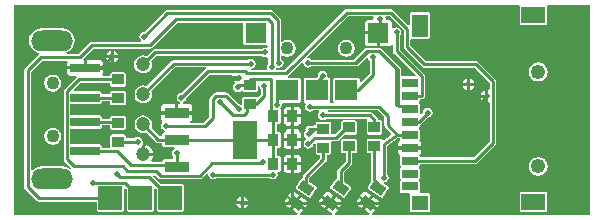
<source format=gtl>
G04 Layer_Physical_Order=1*
G04 Layer_Color=255*
%FSLAX44Y44*%
%MOMM*%
G71*
G01*
G75*
%ADD10R,0.9500X1.0000*%
%ADD11R,1.0000X0.9000*%
%ADD12R,2.0000X1.4001*%
%ADD13R,1.4001X1.2799*%
%ADD14R,1.4001X1.9500*%
%ADD15R,1.4001X0.7000*%
%ADD16R,2.5001X0.8001*%
%ADD17R,2.0000X2.0000*%
%ADD18R,1.8000X1.7000*%
%ADD19R,1.9000X1.8000*%
G04:AMPARAMS|DCode=20|XSize=0.8mm|YSize=1.2mm|CornerRadius=0mm|HoleSize=0mm|Usage=FLASHONLY|Rotation=235.000|XOffset=0mm|YOffset=0mm|HoleType=Round|Shape=Rectangle|*
%AMROTATEDRECTD20*
4,1,4,-0.2621,0.6718,0.7209,-0.0165,0.2621,-0.6718,-0.7209,0.0165,-0.2621,0.6718,0.0*
%
%ADD20ROTATEDRECTD20*%

%ADD21R,2.1500X0.9500*%
%ADD22R,2.1500X3.2500*%
%ADD23C,0.2540*%
%ADD24C,1.2499*%
%ADD25C,0.8001*%
%ADD26C,1.1001*%
%ADD27O,3.5560X1.7780*%
%ADD28C,1.2002*%
%ADD29C,1.1000*%
%ADD30C,0.5000*%
G36*
X697230Y394970D02*
X512713D01*
X512475Y396240D01*
X512721Y396336D01*
X513451Y397035D01*
X515017Y399271D01*
X509021Y403469D01*
X505970Y399112D01*
X509844Y396399D01*
X510205Y396240D01*
X509938Y394970D01*
X480963D01*
X480724Y396240D01*
X480971Y396336D01*
X481701Y397035D01*
X483267Y399271D01*
X477271Y403469D01*
X474220Y399112D01*
X478094Y396399D01*
X478455Y396240D01*
X478188Y394970D01*
X451753D01*
X451515Y396240D01*
X451761Y396336D01*
X452491Y397035D01*
X454057Y399271D01*
X448061Y403469D01*
X445010Y399112D01*
X448884Y396399D01*
X449245Y396240D01*
X448978Y394970D01*
X209550D01*
Y572770D01*
X636868D01*
X637577Y571500D01*
X637320Y570880D01*
Y556880D01*
X637804Y555713D01*
X638970Y555230D01*
X658970D01*
X660136Y555713D01*
X660620Y556880D01*
Y570880D01*
X660363Y571500D01*
X661072Y572770D01*
X697230D01*
Y394970D01*
D02*
G37*
%LPC*%
G36*
X452220Y457200D02*
X446150D01*
Y450880D01*
X449630D01*
X450621Y451077D01*
X451461Y451639D01*
X452023Y452479D01*
X452220Y453470D01*
Y457200D01*
D02*
G37*
G36*
X449766Y467654D02*
X439994D01*
X440064Y467302D01*
X440066Y467259D01*
X439562Y466219D01*
X439313Y465897D01*
X439139Y465863D01*
X438299Y465301D01*
X437737Y464461D01*
X437540Y463470D01*
Y459740D01*
X444880D01*
X452220D01*
Y463470D01*
X452023Y464461D01*
X451461Y465301D01*
X450621Y465863D01*
X450447Y465897D01*
X450198Y466219D01*
X449694Y467259D01*
X449696Y467302D01*
X449766Y467654D01*
D02*
G37*
G36*
X653292Y443872D02*
X652971Y443808D01*
X652649Y443872D01*
X650210Y443387D01*
X649937Y443204D01*
X649615Y443140D01*
X647548Y441759D01*
X647366Y441486D01*
X647093Y441304D01*
X645712Y439237D01*
X645648Y438915D01*
X645466Y438642D01*
X644980Y436204D01*
X645014Y436038D01*
X644949Y435882D01*
X645014Y435726D01*
X644980Y435560D01*
X645466Y433121D01*
X645648Y432849D01*
X645712Y432527D01*
X647093Y430460D01*
X647366Y430277D01*
X647548Y430004D01*
X649615Y428623D01*
X649937Y428559D01*
X650210Y428377D01*
X652649Y427892D01*
X652971Y427956D01*
X653292Y427892D01*
X655731Y428377D01*
X656004Y428559D01*
X656326Y428623D01*
X658393Y430004D01*
X658575Y430277D01*
X658848Y430460D01*
X660229Y432527D01*
X660293Y432849D01*
X660475Y433121D01*
X660960Y435560D01*
X660928Y435726D01*
X660992Y435882D01*
X660928Y436038D01*
X660960Y436204D01*
X660475Y438642D01*
X660293Y438915D01*
X660229Y439237D01*
X658848Y441304D01*
X658575Y441486D01*
X658393Y441759D01*
X656326Y443140D01*
X656004Y443204D01*
X655731Y443387D01*
X653292Y443872D01*
D02*
G37*
G36*
X443610Y457200D02*
X437540D01*
Y453470D01*
X437737Y452479D01*
X438299Y451639D01*
X439139Y451077D01*
X440130Y450880D01*
X443610D01*
Y457200D01*
D02*
G37*
G36*
X497760Y475160D02*
X487760D01*
X486594Y474676D01*
X486110Y473510D01*
Y468295D01*
X480912Y463097D01*
X477915D01*
X477820Y463240D01*
Y472240D01*
X477336Y473406D01*
X476170Y473890D01*
X466170D01*
X465004Y473406D01*
X464520Y472240D01*
Y471299D01*
X463471Y470589D01*
X462381Y470372D01*
X461866Y470028D01*
X458650D01*
X457560Y469812D01*
X456636Y469194D01*
X456018Y468270D01*
X455802Y467180D01*
X456018Y466090D01*
X456054Y466036D01*
X455783Y465855D01*
X454894Y464524D01*
X454581Y462954D01*
X454894Y461384D01*
X455783Y460052D01*
X456189Y459781D01*
Y458254D01*
X455569Y457840D01*
X454679Y456508D01*
X454367Y454938D01*
X454679Y453368D01*
X455569Y452037D01*
X456900Y451148D01*
X458470Y450835D01*
X460040Y451148D01*
X461371Y452037D01*
X462261Y453368D01*
X462535Y454747D01*
X463297Y455276D01*
X464520Y454703D01*
Y447240D01*
X465004Y446074D01*
X466170Y445590D01*
X468321D01*
Y443087D01*
X454477Y429242D01*
X453859Y428318D01*
X453650Y427267D01*
X453642Y427228D01*
X453621Y426800D01*
X453584Y426064D01*
X452519Y425386D01*
Y425386D01*
X447930Y418833D01*
X447657Y417600D01*
X448335Y416535D01*
X458165Y409652D01*
X459398Y409379D01*
X460463Y410058D01*
Y410058D01*
X465051Y416611D01*
X465325Y417843D01*
X464646Y418908D01*
X459340Y422624D01*
Y426048D01*
X473184Y439893D01*
X473184Y439893D01*
X473802Y440817D01*
X474019Y441907D01*
Y445590D01*
X476170D01*
X477336Y446074D01*
X477820Y447240D01*
Y456240D01*
X477777Y456343D01*
X478482Y457399D01*
X482092D01*
X482092Y457399D01*
X483182Y457616D01*
X484106Y458234D01*
X488733Y462860D01*
X497760D01*
X498926Y463344D01*
X499410Y464510D01*
Y473510D01*
X498926Y474676D01*
X497760Y475160D01*
D02*
G37*
G36*
X443610Y486380D02*
X440130D01*
X439139Y486183D01*
X438299Y485621D01*
X437737Y484781D01*
X437540Y483790D01*
Y480060D01*
X443610D01*
Y486380D01*
D02*
G37*
G36*
X449630D02*
X446150D01*
Y480060D01*
X452220D01*
Y483790D01*
X452023Y484781D01*
X451461Y485621D01*
X450621Y486183D01*
X449630Y486380D01*
D02*
G37*
G36*
X401143Y410124D02*
X400447Y409986D01*
X398780Y408872D01*
X397666Y407205D01*
X397527Y406508D01*
X401143D01*
Y410124D01*
D02*
G37*
G36*
X452220Y477520D02*
X444880D01*
X437540D01*
Y473790D01*
X437737Y472799D01*
X438299Y471959D01*
X439139Y471397D01*
X439821Y470194D01*
X449939D01*
X450621Y471397D01*
X451461Y471959D01*
X452023Y472799D01*
X452220Y473790D01*
Y477520D01*
D02*
G37*
G36*
X473889Y414507D02*
X472947Y414140D01*
X472217Y413442D01*
X470651Y411205D01*
X476647Y407007D01*
X479699Y411365D01*
X475824Y414078D01*
X474899Y414485D01*
X473889Y414507D01*
D02*
G37*
G36*
X505639D02*
X504697Y414140D01*
X503967Y413442D01*
X502401Y411205D01*
X508397Y407007D01*
X511449Y411365D01*
X507574Y414078D01*
X506649Y414485D01*
X505639Y414507D01*
D02*
G37*
G36*
X403683Y410124D02*
Y406508D01*
X407299D01*
X407161Y407205D01*
X406047Y408872D01*
X404380Y409986D01*
X403683Y410124D01*
D02*
G37*
G36*
X444679Y414507D02*
X443737Y414140D01*
X443007Y413442D01*
X441441Y411205D01*
X447437Y407007D01*
X450489Y411365D01*
X446614Y414078D01*
X445689Y414485D01*
X444679Y414507D01*
D02*
G37*
G36*
X497760Y459160D02*
X487760D01*
X486594Y458676D01*
X486110Y457510D01*
Y448510D01*
X486594Y447344D01*
X487760Y446860D01*
X489911D01*
Y440039D01*
X483686Y433814D01*
X483069Y432890D01*
X482852Y431800D01*
X482852Y431800D01*
Y427266D01*
X482794Y426064D01*
X481729Y425386D01*
Y425386D01*
X477140Y418833D01*
X476867Y417600D01*
X477546Y416535D01*
X487375Y409652D01*
X488608Y409379D01*
X489673Y410058D01*
Y410058D01*
X494261Y416611D01*
X494534Y417843D01*
X493856Y418908D01*
X488550Y422624D01*
Y430620D01*
X494774Y436845D01*
X494774Y436845D01*
X495392Y437769D01*
X495609Y438859D01*
Y446860D01*
X497760D01*
X498926Y447344D01*
X499410Y448510D01*
Y457510D01*
X498926Y458676D01*
X497760Y459160D01*
D02*
G37*
G36*
X443610Y445740D02*
X440130D01*
X439139Y445543D01*
X438299Y444981D01*
X437737Y444141D01*
X437540Y443150D01*
Y439420D01*
X443610D01*
Y445740D01*
D02*
G37*
G36*
X449630D02*
X446150D01*
Y439420D01*
X452220D01*
Y443150D01*
X452023Y444141D01*
X451461Y444981D01*
X450621Y445543D01*
X449630Y445740D01*
D02*
G37*
G36*
X443610Y436880D02*
X437540D01*
Y433150D01*
X437737Y432159D01*
X438299Y431319D01*
X439139Y430757D01*
X440130Y430560D01*
X443610D01*
Y436880D01*
D02*
G37*
G36*
X452220D02*
X446150D01*
Y430560D01*
X449630D01*
X450621Y430757D01*
X451461Y431319D01*
X452023Y432159D01*
X452220Y433150D01*
Y436880D01*
D02*
G37*
G36*
X513529Y409908D02*
X510478Y405550D01*
X516474Y401352D01*
X518040Y403588D01*
X518447Y404513D01*
X518469Y405523D01*
X518102Y406465D01*
X517404Y407195D01*
X513529Y409908D01*
D02*
G37*
G36*
X469194Y409125D02*
X467629Y406889D01*
X467222Y405964D01*
X467200Y404953D01*
X467566Y404012D01*
X468265Y403282D01*
X472139Y400569D01*
X475190Y404926D01*
X469194Y409125D01*
D02*
G37*
G36*
X439984D02*
X438419Y406889D01*
X438012Y405964D01*
X437990Y404953D01*
X438356Y404012D01*
X439054Y403282D01*
X442929Y400569D01*
X445980Y404926D01*
X439984Y409125D01*
D02*
G37*
G36*
X653292Y523872D02*
X652971Y523808D01*
X652649Y523872D01*
X650210Y523387D01*
X649937Y523204D01*
X649615Y523140D01*
X647548Y521759D01*
X647366Y521486D01*
X647093Y521304D01*
X645712Y519237D01*
X645648Y518915D01*
X645466Y518642D01*
X644980Y516203D01*
X645014Y516038D01*
X644949Y515882D01*
X645014Y515726D01*
X644980Y515560D01*
X645466Y513121D01*
X645648Y512849D01*
X645712Y512527D01*
X647093Y510459D01*
X647366Y510277D01*
X647548Y510004D01*
X649615Y508623D01*
X649937Y508559D01*
X650210Y508377D01*
X652649Y507892D01*
X652971Y507956D01*
X653292Y507892D01*
X655731Y508377D01*
X656004Y508559D01*
X656326Y508623D01*
X658393Y510004D01*
X658575Y510277D01*
X658848Y510459D01*
X660229Y512527D01*
X660293Y512849D01*
X660475Y513121D01*
X660960Y515560D01*
X660928Y515726D01*
X660992Y515882D01*
X660928Y516038D01*
X660960Y516203D01*
X660475Y518642D01*
X660293Y518915D01*
X660229Y519237D01*
X658848Y521304D01*
X658575Y521486D01*
X658393Y521759D01*
X656326Y523140D01*
X656004Y523204D01*
X655731Y523387D01*
X653292Y523872D01*
D02*
G37*
G36*
X500944Y409125D02*
X499379Y406889D01*
X498972Y405964D01*
X498950Y404953D01*
X499316Y404012D01*
X500014Y403282D01*
X503889Y400569D01*
X506940Y404926D01*
X500944Y409125D01*
D02*
G37*
G36*
X658970Y414532D02*
X638970D01*
X637804Y414049D01*
X637320Y412882D01*
Y398882D01*
X637804Y397715D01*
X638970Y397232D01*
X658970D01*
X660136Y397715D01*
X660620Y398882D01*
Y412882D01*
X660136Y414049D01*
X658970Y414532D01*
D02*
G37*
G36*
X528320Y569015D02*
X528320Y569015D01*
X490982D01*
X490982Y569015D01*
X489892Y568798D01*
X488968Y568180D01*
X488968Y568180D01*
X438240Y517453D01*
X431818D01*
X431106Y518694D01*
X431754Y519703D01*
X432453Y519564D01*
X433324Y519391D01*
X434894Y519703D01*
X436225Y520593D01*
X437114Y521924D01*
X437427Y523494D01*
X437114Y525064D01*
X436225Y526395D01*
X435157Y527109D01*
Y529451D01*
X436427Y530130D01*
X437627Y529328D01*
X437949Y529264D01*
X438222Y529081D01*
X440368Y528654D01*
X440534Y528687D01*
X440690Y528623D01*
X440846Y528687D01*
X441012Y528654D01*
X443158Y529081D01*
X443431Y529264D01*
X443753Y529328D01*
X445572Y530543D01*
X445754Y530816D01*
X446027Y530998D01*
X447242Y532818D01*
X447306Y533139D01*
X447489Y533412D01*
X447916Y535558D01*
X447852Y535880D01*
X447916Y536202D01*
X447489Y538348D01*
X447306Y538621D01*
X447242Y538942D01*
X446027Y540762D01*
X445754Y540944D01*
X445572Y541217D01*
X443753Y542433D01*
X443431Y542496D01*
X443158Y542679D01*
X441012Y543106D01*
X440846Y543073D01*
X440690Y543137D01*
X440534Y543073D01*
X440368Y543106D01*
X438222Y542679D01*
X437949Y542496D01*
X437627Y542433D01*
X436427Y541630D01*
X435157Y542309D01*
Y559816D01*
X435157Y559816D01*
X434940Y560906D01*
X434322Y561830D01*
X428734Y567418D01*
X427810Y568036D01*
X426720Y568253D01*
X426720Y568253D01*
X339090D01*
X338000Y568036D01*
X337076Y567418D01*
X337076Y567418D01*
X319594Y549936D01*
X319532Y549949D01*
X317962Y549636D01*
X316631Y548747D01*
X315742Y547416D01*
X315429Y545846D01*
X315742Y544276D01*
X316631Y542945D01*
X317149Y542599D01*
X316764Y541329D01*
X275082D01*
X273992Y541112D01*
X273068Y540494D01*
X273068Y540494D01*
X263742Y531169D01*
X253697D01*
X253444Y532439D01*
X255462Y533275D01*
X257638Y534944D01*
X259307Y537119D01*
X260356Y539653D01*
X260714Y542371D01*
X260356Y545090D01*
X259307Y547623D01*
X257638Y549799D01*
X255462Y551468D01*
X252929Y552517D01*
X250210Y552875D01*
X232430D01*
X229712Y552517D01*
X227178Y551468D01*
X225003Y549799D01*
X223334Y547623D01*
X222284Y545090D01*
X221926Y542371D01*
X222284Y539653D01*
X223334Y537119D01*
X225003Y534944D01*
X227178Y533275D01*
X229712Y532225D01*
X230246Y532155D01*
X230430Y531445D01*
X230409Y530853D01*
X229634Y530334D01*
X229634Y530334D01*
X218712Y519412D01*
X218094Y518488D01*
X217877Y517398D01*
X217877Y517398D01*
Y418846D01*
X217877Y418846D01*
X218094Y417756D01*
X218712Y416832D01*
X228618Y406926D01*
X228618Y406926D01*
X229542Y406308D01*
X230632Y406091D01*
X279180D01*
Y398940D01*
X279664Y397774D01*
X280830Y397290D01*
X300830D01*
X301996Y397774D01*
X302480Y398940D01*
Y417002D01*
X303653Y417488D01*
X304580Y416561D01*
Y398940D01*
X305064Y397774D01*
X306230Y397290D01*
X326230D01*
X327396Y397774D01*
X327880Y398940D01*
Y417002D01*
X329053Y417488D01*
X329980Y416561D01*
Y398940D01*
X330464Y397774D01*
X331630Y397290D01*
X351630D01*
X352796Y397774D01*
X353280Y398940D01*
Y418940D01*
X352796Y420106D01*
X351630Y420590D01*
X334009D01*
X327257Y427341D01*
X327706Y428688D01*
X328363Y428782D01*
X331234Y425911D01*
X331234Y425911D01*
X332158Y425294D01*
X333248Y425077D01*
X366522D01*
X366522Y425077D01*
X367612Y425294D01*
X368536Y425911D01*
X372466Y429841D01*
X373637Y429216D01*
X373595Y429006D01*
X373908Y427436D01*
X374797Y426105D01*
X376128Y425215D01*
X377698Y424903D01*
X379268Y425215D01*
X380599Y426105D01*
X380634Y426157D01*
X425308D01*
X425343Y426105D01*
X426674Y425215D01*
X428244Y424903D01*
X429814Y425215D01*
X431145Y426105D01*
X432034Y427436D01*
X432347Y429006D01*
X432103Y430230D01*
X432828Y431500D01*
X433630D01*
X434796Y431984D01*
X435280Y433150D01*
Y443150D01*
X434796Y444316D01*
X433630Y444800D01*
X431729D01*
Y451820D01*
X433630D01*
X434796Y452304D01*
X435280Y453470D01*
Y463470D01*
X434796Y464636D01*
X433630Y465120D01*
X431729D01*
Y472140D01*
X433630D01*
X434796Y472624D01*
X435280Y473790D01*
Y483790D01*
X434796Y484956D01*
X435373Y486039D01*
X435591Y486364D01*
X435903Y487934D01*
X435798Y488460D01*
X436840Y489730D01*
X450190D01*
X451356Y490214D01*
X451840Y491380D01*
Y509380D01*
X451356Y510546D01*
X450190Y511030D01*
X441385D01*
X441000Y512300D01*
X441434Y512590D01*
X452937Y524093D01*
X454113Y523494D01*
X454426Y521924D01*
X455315Y520593D01*
X456646Y519703D01*
X458216Y519391D01*
X459786Y519703D01*
X461117Y520593D01*
X461152Y520645D01*
X497665D01*
X497665Y520645D01*
X497665Y520645D01*
X499110D01*
X499110Y520645D01*
X500200Y520862D01*
X501124Y521480D01*
X507735Y528091D01*
X509107Y527666D01*
X509290Y526750D01*
X510179Y525419D01*
X510231Y525384D01*
Y514260D01*
X503013Y507042D01*
X501840Y507528D01*
Y509380D01*
X501357Y510546D01*
X500190Y511030D01*
X481190D01*
X480024Y510546D01*
X479541Y509380D01*
Y491380D01*
X479919Y490468D01*
X479380Y489198D01*
X477001D01*
X476462Y490468D01*
X476840Y491380D01*
Y509380D01*
X476357Y510546D01*
X475190Y511030D01*
X474406Y512300D01*
X474511Y512826D01*
X474198Y514396D01*
X473309Y515727D01*
X471978Y516617D01*
X470408Y516929D01*
X468838Y516617D01*
X467507Y515727D01*
X466618Y514396D01*
X466305Y512826D01*
X466420Y512250D01*
X465199Y511030D01*
X456190D01*
X455024Y510546D01*
X454541Y509380D01*
Y491380D01*
X455024Y490214D01*
X455617Y489968D01*
X456148Y488664D01*
X456141Y488481D01*
X455766Y487920D01*
X455453Y486349D01*
X455766Y484780D01*
X456655Y483448D01*
X457986Y482559D01*
X459556Y482247D01*
X461126Y482559D01*
X462457Y483448D01*
X462492Y483501D01*
X467423D01*
X467808Y482231D01*
X467761Y482199D01*
X466871Y480868D01*
X466559Y479298D01*
X466871Y477728D01*
X467761Y476397D01*
X469092Y475508D01*
X470662Y475195D01*
X472232Y475508D01*
X473563Y476397D01*
X473598Y476449D01*
X508168D01*
X508388Y476136D01*
X508184Y474676D01*
X507700Y473510D01*
Y464510D01*
X508184Y463344D01*
X509350Y462860D01*
X519350D01*
X520516Y463344D01*
X521000Y464510D01*
Y473510D01*
X520516Y474676D01*
X519350Y475160D01*
X518391D01*
X517199Y475488D01*
X516982Y476578D01*
X516364Y477502D01*
X512554Y481312D01*
X511630Y481930D01*
X510540Y482147D01*
X510540Y482147D01*
X474817D01*
X474755Y482231D01*
X475394Y483501D01*
X516980D01*
X522738Y477743D01*
Y470696D01*
X522738Y470695D01*
X522955Y469605D01*
X523572Y468681D01*
X528325Y463928D01*
X528223Y462662D01*
X522076Y458230D01*
X520518Y458672D01*
X520516Y458676D01*
X519350Y459160D01*
X509350D01*
X508184Y458676D01*
X507700Y457510D01*
Y448510D01*
X508184Y447344D01*
X509350Y446860D01*
X511501D01*
Y424273D01*
X511501Y424272D01*
X511718Y423182D01*
X511824Y423023D01*
X508890Y418833D01*
X508617Y417600D01*
X509296Y416535D01*
X519125Y409652D01*
X520358Y409379D01*
X521423Y410058D01*
Y410058D01*
X526011Y416611D01*
X526284Y417843D01*
X525606Y418908D01*
X522402Y421152D01*
X522418Y421400D01*
X522796Y422426D01*
X524048Y422676D01*
X525379Y423565D01*
X526269Y424896D01*
X526581Y426466D01*
X526269Y428036D01*
X525379Y429367D01*
X525327Y429402D01*
Y453550D01*
X534320Y460033D01*
X535621D01*
Y459382D01*
X535828Y458883D01*
X536102Y458211D01*
X535445Y457216D01*
X535440Y457213D01*
X534878Y456372D01*
X534681Y455381D01*
Y453151D01*
X544271D01*
X553861D01*
Y455381D01*
X553664Y456372D01*
X553103Y457213D01*
X553098Y457216D01*
X552441Y458211D01*
X552714Y458883D01*
X552921Y459382D01*
Y466382D01*
X552438Y467548D01*
X552087Y467694D01*
Y469068D01*
X552438Y469214D01*
X552921Y470380D01*
Y471226D01*
X553032Y471248D01*
X553956Y471866D01*
X559444Y477354D01*
X559506Y477341D01*
X561076Y477654D01*
X562407Y478543D01*
X563297Y479874D01*
X563609Y481444D01*
X563297Y483014D01*
X562407Y484345D01*
X561076Y485235D01*
X559506Y485547D01*
X557936Y485235D01*
X556605Y484345D01*
X555716Y483014D01*
X555403Y481444D01*
X555416Y481382D01*
X553354Y479321D01*
X553248Y479365D01*
X552742Y480949D01*
X552921Y481381D01*
Y488381D01*
X552438Y489548D01*
X552084Y489694D01*
Y491069D01*
X552438Y491215D01*
X552921Y492382D01*
Y493033D01*
X554228D01*
X555318Y493250D01*
X556242Y493867D01*
X556860Y494791D01*
X557077Y495882D01*
Y512318D01*
X556860Y513408D01*
X556242Y514332D01*
X556242Y514332D01*
X535995Y534580D01*
Y546720D01*
X536047Y546755D01*
X536936Y548086D01*
X537249Y549656D01*
X536936Y551226D01*
X536047Y552557D01*
X534716Y553447D01*
X533146Y553759D01*
X531576Y553447D01*
X530550Y552761D01*
X529510Y553141D01*
X529280Y553324D01*
Y557380D01*
X529083Y558371D01*
X528521Y559211D01*
X527681Y559772D01*
X526690Y559969D01*
X524515D01*
X523807Y560832D01*
X523565Y562047D01*
X524480Y563317D01*
X527140D01*
X539187Y551270D01*
Y537201D01*
X539187Y537200D01*
X539404Y536110D01*
X540022Y535186D01*
X554744Y520464D01*
X554744Y520464D01*
X555668Y519846D01*
X556758Y519629D01*
X599022D01*
X611831Y506820D01*
Y501102D01*
X610601Y500222D01*
Y495300D01*
Y490378D01*
X611831Y489498D01*
Y457300D01*
X598260Y443729D01*
X552921D01*
Y444381D01*
X552714Y444879D01*
X552441Y445551D01*
X553098Y446547D01*
X553103Y446550D01*
X553664Y447390D01*
X553861Y448381D01*
Y450611D01*
X544271D01*
X534681D01*
Y448381D01*
X534878Y447390D01*
X535440Y446550D01*
X535445Y446547D01*
X536102Y445551D01*
X535828Y444879D01*
X535621Y444381D01*
Y437380D01*
X536105Y436214D01*
X536458Y436068D01*
Y434693D01*
X536105Y434546D01*
X535621Y433380D01*
Y426380D01*
X536105Y425213D01*
X536455Y425068D01*
Y423693D01*
X536105Y423548D01*
X535621Y422382D01*
Y415381D01*
X536105Y414215D01*
X537271Y413732D01*
X544031D01*
X544645Y412462D01*
X544321Y411679D01*
Y398880D01*
X544804Y397714D01*
X545970Y397231D01*
X559971D01*
X561137Y397714D01*
X561620Y398880D01*
Y411679D01*
X561137Y412846D01*
X559971Y413329D01*
X553211D01*
X552597Y414599D01*
X552921Y415381D01*
Y422382D01*
X552438Y423548D01*
X552087Y423693D01*
Y425068D01*
X552438Y425213D01*
X552921Y426380D01*
Y433380D01*
X552438Y434546D01*
X552084Y434693D01*
Y436068D01*
X552438Y436214D01*
X552921Y437380D01*
Y438032D01*
X599440D01*
X599440Y438032D01*
X600530Y438249D01*
X601454Y438866D01*
X616694Y454106D01*
X616694Y454106D01*
X617312Y455030D01*
X617529Y456120D01*
X617529Y456121D01*
Y508000D01*
X617529Y508000D01*
X617312Y509090D01*
X616694Y510014D01*
X616694Y510014D01*
X602216Y524492D01*
X601292Y525110D01*
X600202Y525327D01*
X600202Y525327D01*
X557938D01*
X544885Y538380D01*
Y543037D01*
X545941Y543743D01*
X545970Y543730D01*
X559971D01*
X561137Y544213D01*
X561620Y545380D01*
Y564879D01*
X561137Y566046D01*
X559971Y566529D01*
X545970D01*
X544804Y566046D01*
X544321Y564879D01*
Y555990D01*
X543051Y555464D01*
X530334Y568180D01*
X529410Y568798D01*
X528320Y569015D01*
D02*
G37*
G36*
X407299Y403968D02*
X403683D01*
Y400352D01*
X404380Y400491D01*
X406047Y401605D01*
X407161Y403272D01*
X407299Y403968D01*
D02*
G37*
G36*
X401143D02*
X397527D01*
X397666Y403272D01*
X398780Y401605D01*
X400447Y400491D01*
X401143Y400352D01*
Y403968D01*
D02*
G37*
G36*
X452569Y409908D02*
X449518Y405550D01*
X455514Y401352D01*
X457080Y403588D01*
X457487Y404513D01*
X457509Y405523D01*
X457142Y406465D01*
X456444Y407195D01*
X452569Y409908D01*
D02*
G37*
G36*
X592582Y504083D02*
X588966D01*
X589104Y503386D01*
X590218Y501719D01*
X591885Y500605D01*
X592582Y500467D01*
Y504083D01*
D02*
G37*
G36*
X598738D02*
X595122D01*
Y500467D01*
X595818Y500605D01*
X597486Y501719D01*
X598600Y503386D01*
X598738Y504083D01*
D02*
G37*
G36*
X608061Y494030D02*
X604445D01*
X604583Y493334D01*
X605697Y491666D01*
X607364Y490552D01*
X608061Y490414D01*
Y494030D01*
D02*
G37*
G36*
Y500186D02*
X607364Y500048D01*
X605697Y498934D01*
X604583Y497267D01*
X604445Y496570D01*
X608061D01*
Y500186D01*
D02*
G37*
G36*
X595122Y510239D02*
Y506623D01*
X598738D01*
X598600Y507319D01*
X597486Y508986D01*
X595818Y510100D01*
X595122Y510239D01*
D02*
G37*
G36*
X481779Y409908D02*
X478728Y405550D01*
X484724Y401352D01*
X486290Y403588D01*
X486697Y404513D01*
X486719Y405523D01*
X486353Y406465D01*
X485654Y407195D01*
X481779Y409908D01*
D02*
G37*
G36*
X592582Y510239D02*
X591885Y510100D01*
X590218Y508986D01*
X589104Y507319D01*
X588966Y506623D01*
X592582D01*
Y510239D01*
D02*
G37*
%LPD*%
G36*
X513771Y562047D02*
X513529Y560832D01*
X512821Y559969D01*
X508690D01*
X507699Y559772D01*
X506859Y559211D01*
X506297Y558371D01*
X506100Y557380D01*
Y550150D01*
X517690D01*
Y548880D01*
X518960D01*
Y537790D01*
X526690D01*
X527681Y537987D01*
X528521Y538549D01*
X529027Y539306D01*
X529120Y539319D01*
X530297Y538589D01*
Y533400D01*
X530297Y533400D01*
X530514Y532310D01*
X531132Y531386D01*
X549314Y513203D01*
X548828Y512030D01*
X537271D01*
X536757Y512373D01*
Y518160D01*
X536757Y518160D01*
X536540Y519250D01*
X535922Y520174D01*
X535922Y520174D01*
X534916Y521180D01*
X534916Y521180D01*
X520468Y535629D01*
X520468Y535629D01*
X520428Y535668D01*
X519504Y536286D01*
X518414Y536503D01*
X518414Y536503D01*
X509270D01*
X509071Y536463D01*
X507786D01*
X506696Y536246D01*
X505771Y535629D01*
X505771Y535629D01*
X496485Y526343D01*
X461152D01*
X461117Y526395D01*
X459786Y527285D01*
X458216Y527597D01*
X457617Y528773D01*
X492162Y563317D01*
X512856D01*
X513771Y562047D01*
D02*
G37*
G36*
X403041Y557380D02*
Y540380D01*
X403524Y539213D01*
X404690Y538730D01*
X422690D01*
X422865Y538803D01*
X423946Y538081D01*
X423933Y537360D01*
X422827Y536555D01*
X421894Y536741D01*
X420324Y536428D01*
X418993Y535539D01*
X418958Y535487D01*
X328889D01*
X327799Y535270D01*
X326875Y534652D01*
X326875Y534652D01*
X321442Y529219D01*
X320496Y529611D01*
X318531Y529870D01*
X316567Y529611D01*
X314736Y528853D01*
X313165Y527647D01*
X311958Y526075D01*
X311200Y524244D01*
X310942Y522280D01*
X311200Y520316D01*
X311958Y518485D01*
X313165Y516913D01*
X314736Y515707D01*
X316567Y514949D01*
X318531Y514690D01*
X320496Y514949D01*
X322326Y515707D01*
X323898Y516913D01*
X325104Y518485D01*
X325862Y520316D01*
X326121Y522280D01*
X325862Y524244D01*
X325470Y525190D01*
X330069Y529789D01*
X418958D01*
X418993Y529737D01*
X420324Y528848D01*
X421894Y528535D01*
X423109Y528777D01*
X424379Y528048D01*
Y522874D01*
X424327Y522839D01*
X423438Y521508D01*
X423125Y519938D01*
X423367Y518723D01*
X422638Y517453D01*
X410298D01*
X410172Y518723D01*
X411272Y518941D01*
X412603Y519831D01*
X413493Y521162D01*
X413805Y522732D01*
X413493Y524302D01*
X412603Y525633D01*
X411272Y526522D01*
X409702Y526835D01*
X408132Y526522D01*
X406801Y525633D01*
X406766Y525581D01*
X344384D01*
X344383Y525581D01*
X343293Y525364D01*
X342369Y524746D01*
X342369Y524746D01*
X321442Y503819D01*
X320496Y504211D01*
X318531Y504470D01*
X316567Y504211D01*
X314736Y503453D01*
X313165Y502247D01*
X311958Y500675D01*
X311200Y498844D01*
X310942Y496880D01*
X311200Y494916D01*
X311958Y493085D01*
X313165Y491513D01*
X314736Y490307D01*
X316567Y489549D01*
X318531Y489290D01*
X320496Y489549D01*
X322326Y490307D01*
X323898Y491513D01*
X325104Y493085D01*
X325862Y494916D01*
X326121Y496880D01*
X325862Y498844D01*
X325470Y499790D01*
X345563Y519883D01*
X371349D01*
X371734Y518613D01*
X371277Y518307D01*
X371277Y518307D01*
X350963Y497994D01*
X350901Y498006D01*
X349331Y497693D01*
X348000Y496804D01*
X347110Y495473D01*
X346798Y493903D01*
X347110Y492333D01*
X348000Y491002D01*
X349331Y490112D01*
X349494Y490080D01*
X349369Y488810D01*
X348190D01*
Y482740D01*
X360260D01*
Y486220D01*
X360062Y487211D01*
X359501Y488051D01*
X358661Y488613D01*
X357670Y488810D01*
X352433D01*
X352308Y490080D01*
X352471Y490112D01*
X353802Y491002D01*
X354692Y492333D01*
X355004Y493903D01*
X354991Y493965D01*
X374471Y513444D01*
X394094D01*
X394932Y512174D01*
X394910Y512064D01*
X399796D01*
Y509524D01*
X394910D01*
X395048Y508828D01*
X396004Y507397D01*
X396139Y505959D01*
X395772Y505714D01*
X394882Y504383D01*
X394570Y502813D01*
X394882Y501243D01*
X395772Y499912D01*
X397103Y499022D01*
X398673Y498710D01*
X400243Y499022D01*
X401210Y499669D01*
X402430Y499486D01*
X402720Y499342D01*
X402774Y499213D01*
X403940Y498730D01*
X413940D01*
X415106Y499213D01*
X415590Y500380D01*
Y503641D01*
X416860Y503766D01*
X417088Y502620D01*
X417977Y501289D01*
X418029Y501254D01*
Y496918D01*
X415566Y494455D01*
X415106Y494546D01*
X413940Y495029D01*
X403940D01*
X402774Y494546D01*
X402290Y493380D01*
Y488962D01*
X401020Y488237D01*
X399796Y488481D01*
X399734Y488469D01*
X390380Y497822D01*
X389456Y498440D01*
X388366Y498657D01*
X388366Y498657D01*
X380492D01*
X380492Y498657D01*
X379402Y498440D01*
X378478Y497822D01*
X378478Y497822D01*
X375430Y494774D01*
X374812Y493850D01*
X374595Y492760D01*
X374595Y492760D01*
Y477938D01*
X369660Y473003D01*
X358510D01*
X358385Y474273D01*
X358661Y474328D01*
X359501Y474889D01*
X360062Y475729D01*
X360260Y476720D01*
Y480200D01*
X333580D01*
Y476720D01*
X333777Y475729D01*
X334339Y474889D01*
X334731Y474627D01*
X334860Y473295D01*
X334818Y473158D01*
X334665Y473055D01*
X333775Y471724D01*
X333463Y470154D01*
X333775Y468584D01*
X334665Y467253D01*
X335996Y466363D01*
X337122Y466140D01*
X336996Y464870D01*
X336170D01*
X335003Y464386D01*
X334520Y463220D01*
Y461319D01*
X332721D01*
X325470Y468569D01*
X325862Y469515D01*
X326121Y471480D01*
X325862Y473444D01*
X325104Y475275D01*
X323898Y476847D01*
X322326Y478053D01*
X320496Y478811D01*
X318531Y479070D01*
X316567Y478811D01*
X314736Y478053D01*
X313165Y476847D01*
X311958Y475275D01*
X311200Y473444D01*
X310942Y471480D01*
X311200Y469515D01*
X311958Y467685D01*
X313165Y466113D01*
X314736Y464907D01*
X316567Y464149D01*
X318531Y463890D01*
X320496Y464149D01*
X321442Y464541D01*
X329527Y456456D01*
X329527Y456456D01*
X330451Y455838D01*
X331541Y455621D01*
X334520D01*
Y453720D01*
X335003Y452554D01*
X336170Y452070D01*
X345078D01*
X345325Y450896D01*
X345305Y450800D01*
X344019Y449941D01*
X343129Y448610D01*
X342817Y447040D01*
X343129Y445470D01*
X344019Y444139D01*
X344071Y444104D01*
Y441869D01*
X336170D01*
X335003Y441386D01*
X334520Y440220D01*
Y439983D01*
X326219D01*
X325593Y441253D01*
X325992Y441773D01*
X326852Y443850D01*
X326978Y444810D01*
X318531D01*
Y447350D01*
X326978D01*
X326852Y448310D01*
X325992Y450387D01*
X324623Y452171D01*
X322839Y453540D01*
X320761Y454401D01*
X318938Y454641D01*
X318829Y454702D01*
X318171Y455504D01*
X317993Y455904D01*
X318175Y456820D01*
X317862Y458390D01*
X316973Y459721D01*
X315642Y460611D01*
X314072Y460923D01*
X312502Y460611D01*
X311171Y459721D01*
X311136Y459669D01*
X303830D01*
Y461320D01*
X303346Y462486D01*
X302180Y462970D01*
X292180D01*
X291014Y462486D01*
X290530Y461320D01*
Y452320D01*
X290128Y451717D01*
X283670D01*
Y452869D01*
X283186Y454036D01*
X282020Y454519D01*
X257019D01*
X256849Y454632D01*
Y467837D01*
X257019Y467951D01*
X282020D01*
X283186Y468434D01*
X283670Y469600D01*
Y470752D01*
X290530D01*
Y468320D01*
X291014Y467154D01*
X292180Y466670D01*
X302180D01*
X303346Y467154D01*
X303830Y468320D01*
Y477320D01*
X303346Y478486D01*
X302180Y478970D01*
X292180D01*
X291014Y478486D01*
X290530Y477320D01*
Y476450D01*
X283670D01*
Y477601D01*
X283186Y478768D01*
X282020Y479251D01*
X257019D01*
X256849Y479365D01*
Y488376D01*
X257019Y488489D01*
X282020D01*
X283186Y488972D01*
X283670Y490139D01*
Y491291D01*
X290530D01*
Y489150D01*
X291014Y487984D01*
X292180Y487500D01*
X302180D01*
X303346Y487984D01*
X303830Y489150D01*
Y498150D01*
X303346Y499316D01*
X302180Y499800D01*
X292180D01*
X291014Y499316D01*
X290530Y498150D01*
Y496988D01*
X283670D01*
Y498140D01*
X283186Y499306D01*
X282020Y499789D01*
X260113D01*
X259627Y500963D01*
X265466Y506801D01*
X290530D01*
Y505150D01*
X291014Y503984D01*
X292180Y503500D01*
X302180D01*
X303346Y503984D01*
X303830Y505150D01*
Y514150D01*
X303346Y515316D01*
X302180Y515800D01*
X292180D01*
X291014Y515316D01*
X290530Y514150D01*
Y512499D01*
X284562D01*
X284251Y512957D01*
X283999Y513769D01*
X284413Y514388D01*
X284610Y515379D01*
Y518109D01*
X254429D01*
Y515379D01*
X254626Y514388D01*
X255188Y513548D01*
X256028Y512986D01*
X257019Y512789D01*
X261669D01*
X262029Y512116D01*
X262126Y511519D01*
X251986Y501378D01*
X251368Y500454D01*
X251151Y499364D01*
X251151Y499364D01*
Y441960D01*
X251151Y441960D01*
X251368Y440870D01*
X251986Y439946D01*
X257194Y434738D01*
X256355Y433781D01*
X255462Y434465D01*
X252929Y435515D01*
X250210Y435873D01*
X232430D01*
X229712Y435515D01*
X227178Y434465D01*
X225003Y432796D01*
X224777Y432502D01*
X223575Y432910D01*
Y516218D01*
X232828Y525471D01*
X253834D01*
X254443Y524626D01*
X254592Y524201D01*
X254429Y523380D01*
Y520649D01*
X268249D01*
Y526324D01*
X267870Y527239D01*
X276262Y535631D01*
X324176D01*
X324177Y535631D01*
X325267Y535848D01*
X326191Y536466D01*
X347201Y557475D01*
X402977D01*
X403041Y557380D01*
D02*
G37*
%LPC*%
G36*
X490690Y543137D02*
X490534Y543073D01*
X490369Y543106D01*
X488223Y542679D01*
X487950Y542496D01*
X487628Y542433D01*
X485809Y541217D01*
X485626Y540944D01*
X485354Y540762D01*
X484138Y538942D01*
X484074Y538621D01*
X483892Y538348D01*
X483465Y536202D01*
X483529Y535880D01*
X483465Y535558D01*
X483892Y533412D01*
X484074Y533139D01*
X484138Y532818D01*
X485354Y530998D01*
X485626Y530816D01*
X485809Y530543D01*
X487628Y529328D01*
X487950Y529264D01*
X488223Y529081D01*
X490369Y528654D01*
X490534Y528687D01*
X490690Y528623D01*
X490846Y528687D01*
X491012Y528654D01*
X493158Y529081D01*
X493431Y529264D01*
X493753Y529328D01*
X495572Y530543D01*
X495754Y530816D01*
X496027Y530998D01*
X497243Y532818D01*
X497307Y533139D01*
X497489Y533412D01*
X497916Y535558D01*
X497852Y535880D01*
X497916Y536202D01*
X497489Y538348D01*
X497307Y538621D01*
X497243Y538942D01*
X496027Y540762D01*
X495755Y540944D01*
X495572Y541217D01*
X493753Y542433D01*
X493431Y542496D01*
X493158Y542679D01*
X491012Y543106D01*
X490846Y543073D01*
X490690Y543137D01*
D02*
G37*
G36*
X516420Y547610D02*
X506100D01*
Y540380D01*
X506297Y539389D01*
X506859Y538549D01*
X507699Y537987D01*
X508690Y537790D01*
X516420D01*
Y547610D01*
D02*
G37*
G36*
X291084Y533968D02*
X290387Y533830D01*
X288720Y532716D01*
X287606Y531049D01*
X287468Y530352D01*
X291084D01*
Y533968D01*
D02*
G37*
G36*
X297240Y527812D02*
X293624D01*
Y524196D01*
X294321Y524334D01*
X295988Y525448D01*
X297102Y527116D01*
X297240Y527812D01*
D02*
G37*
G36*
X293624Y533968D02*
Y530352D01*
X297240D01*
X297102Y531049D01*
X295988Y532716D01*
X294321Y533830D01*
X293624Y533968D01*
D02*
G37*
G36*
X345650Y488810D02*
X336170D01*
X335179Y488613D01*
X334339Y488051D01*
X333777Y487211D01*
X333580Y486220D01*
Y482740D01*
X345650D01*
Y488810D01*
D02*
G37*
G36*
X242019Y468628D02*
X241863Y468564D01*
X241697Y468597D01*
X239551Y468170D01*
X239278Y467988D01*
X238956Y467924D01*
X237137Y466708D01*
X236954Y466435D01*
X236682Y466253D01*
X235466Y464433D01*
X235402Y464112D01*
X235220Y463839D01*
X234793Y461693D01*
X234857Y461371D01*
X234793Y461049D01*
X235220Y458903D01*
X235402Y458630D01*
X235466Y458308D01*
X236682Y456489D01*
X236954Y456306D01*
X237137Y456034D01*
X238956Y454818D01*
X239278Y454754D01*
X239551Y454572D01*
X241697Y454145D01*
X241863Y454178D01*
X242019Y454113D01*
X242175Y454178D01*
X242341Y454145D01*
X244487Y454572D01*
X244760Y454754D01*
X245081Y454818D01*
X246901Y456034D01*
X247083Y456306D01*
X247356Y456489D01*
X248572Y458308D01*
X248636Y458630D01*
X248818Y458903D01*
X249245Y461049D01*
X249181Y461371D01*
X249245Y461693D01*
X248818Y463839D01*
X248636Y464112D01*
X248572Y464433D01*
X247356Y466253D01*
X247083Y466435D01*
X246901Y466708D01*
X245081Y467924D01*
X244760Y467988D01*
X244487Y468170D01*
X242341Y468597D01*
X242175Y468564D01*
X242019Y468628D01*
D02*
G37*
G36*
Y513627D02*
X241863Y513562D01*
X241697Y513595D01*
X239551Y513168D01*
X239278Y512986D01*
X238956Y512922D01*
X237137Y511706D01*
X236954Y511434D01*
X236682Y511251D01*
X235466Y509432D01*
X235402Y509110D01*
X235220Y508837D01*
X234793Y506691D01*
X234857Y506369D01*
X234793Y506048D01*
X235220Y503901D01*
X235402Y503629D01*
X235466Y503307D01*
X236682Y501487D01*
X236954Y501305D01*
X237137Y501032D01*
X238956Y499817D01*
X239278Y499753D01*
X239551Y499570D01*
X241697Y499143D01*
X241863Y499176D01*
X242019Y499112D01*
X242175Y499176D01*
X242341Y499143D01*
X244487Y499570D01*
X244760Y499753D01*
X245081Y499817D01*
X246901Y501032D01*
X247083Y501305D01*
X247356Y501487D01*
X248572Y503307D01*
X248636Y503629D01*
X248818Y503901D01*
X249245Y506048D01*
X249181Y506369D01*
X249245Y506691D01*
X248818Y508837D01*
X248636Y509110D01*
X248572Y509432D01*
X247356Y511251D01*
X247083Y511434D01*
X246901Y511706D01*
X245081Y512922D01*
X244760Y512986D01*
X244487Y513168D01*
X242341Y513595D01*
X242175Y513562D01*
X242019Y513627D01*
D02*
G37*
G36*
X291084Y527812D02*
X287468D01*
X287606Y527116D01*
X288720Y525448D01*
X290387Y524334D01*
X291084Y524196D01*
Y527812D01*
D02*
G37*
G36*
X282020Y525970D02*
X270789D01*
Y520649D01*
X284610D01*
Y523380D01*
X284413Y524371D01*
X283851Y525211D01*
X283011Y525772D01*
X282020Y525970D01*
D02*
G37*
%LPD*%
D10*
X444880Y438150D02*
D03*
X428880D02*
D03*
X444880Y478790D02*
D03*
X428880D02*
D03*
Y458470D02*
D03*
X444880D02*
D03*
D11*
X297180Y509650D02*
D03*
Y493650D02*
D03*
X408940Y504880D02*
D03*
Y488880D02*
D03*
X471170Y467740D02*
D03*
Y451740D02*
D03*
X297180Y472820D02*
D03*
Y456820D02*
D03*
X492760Y469010D02*
D03*
Y453010D02*
D03*
X514350Y469010D02*
D03*
Y453010D02*
D03*
D12*
X648970Y563880D02*
D03*
Y405882D02*
D03*
D13*
X552971Y405280D02*
D03*
D14*
Y555130D02*
D03*
D15*
X544271Y506880D02*
D03*
Y495882D02*
D03*
Y484881D02*
D03*
Y473880D02*
D03*
Y462882D02*
D03*
Y451881D02*
D03*
Y440881D02*
D03*
Y429880D02*
D03*
Y418882D02*
D03*
D16*
X269519Y448869D02*
D03*
Y519379D02*
D03*
Y473601D02*
D03*
Y494139D02*
D03*
D17*
X341630Y408940D02*
D03*
X316230D02*
D03*
X290830D02*
D03*
D18*
X517690Y548880D02*
D03*
X413690D02*
D03*
D19*
X465690Y500380D02*
D03*
X490690D02*
D03*
X440690D02*
D03*
D20*
X447749Y405238D02*
D03*
X456491Y417722D02*
D03*
X476959Y405238D02*
D03*
X485701Y417722D02*
D03*
X508709Y405238D02*
D03*
X517451Y417722D02*
D03*
D21*
X346920Y481470D02*
D03*
Y458470D02*
D03*
Y435470D02*
D03*
D22*
X404920Y458470D02*
D03*
D23*
X518668Y548880D02*
Y560832D01*
X406654Y481878D02*
Y488880D01*
X264922Y528320D02*
X275082Y538480D01*
X231648Y528320D02*
X264922D01*
X220726Y517398D02*
X231648Y528320D01*
X509230Y533614D02*
X518454D01*
X507786D02*
X509230D01*
X509270Y533654D01*
X499110Y523494D02*
X509230Y533614D01*
X497665Y523494D02*
X499110D01*
X458216D02*
X497665D01*
X532902Y519166D02*
X533908Y518160D01*
X518454Y533614D02*
X532902Y519166D01*
X518414Y533654D02*
X518454Y533614D01*
X339090Y565404D02*
X426720D01*
X398673Y502813D02*
X400740Y504880D01*
X593852Y479821D02*
X609331Y495300D01*
X565912Y451881D02*
X593852Y479821D01*
X282651Y519379D02*
X302565D01*
X309626Y484378D02*
Y512318D01*
Y467868D02*
Y484378D01*
X462910Y467180D02*
X463471Y467740D01*
X458684Y462954D02*
X462910Y467180D01*
X470610D01*
X458650D02*
X462910D01*
X319532Y545846D02*
X339090Y565404D01*
X426720D02*
X432308Y559816D01*
Y524510D02*
Y559816D01*
X497665Y523494D02*
X507786Y533614D01*
X533908Y487680D02*
Y518160D01*
Y487680D02*
X544271Y484881D01*
X432308Y524510D02*
X433324Y523494D01*
X509270Y533654D02*
X518414D01*
X532902Y487680D02*
Y519166D01*
Y487680D02*
X544271Y484881D01*
X522478Y455008D02*
X533400Y462882D01*
X522478Y426466D02*
Y455008D01*
X276098Y421894D02*
X303276D01*
X316230Y408940D01*
X350901Y493903D02*
X373291Y516293D01*
X404645D01*
X406334Y514604D01*
X439420D01*
X490982Y566166D01*
X528320D01*
X542036Y552450D01*
Y537200D02*
Y552450D01*
Y537200D02*
X556758Y522478D01*
X600202D01*
X614680Y508000D01*
Y456120D02*
Y508000D01*
X599440Y440881D02*
X614680Y456120D01*
X544271Y440881D02*
X599440D01*
X544271Y495882D02*
X554228D01*
Y512318D01*
X533146Y533400D02*
X554228Y512318D01*
X533146Y533400D02*
Y549656D01*
X302565Y519379D02*
X309626Y512318D01*
Y484378D02*
X312534Y481470D01*
X346920D01*
X318531Y446080D02*
Y453659D01*
X322072Y457200D01*
X316738Y462534D02*
X322072Y457200D01*
X314960Y462534D02*
X316738D01*
X309626Y467868D02*
X314960Y462534D01*
X593852Y479821D02*
Y505353D01*
X377698Y429006D02*
X428244D01*
X346920Y435470D02*
Y437134D01*
Y447040D01*
X269519Y448869D02*
X296367D01*
X308102Y437134D01*
X388366Y495808D02*
X399796Y484378D01*
X380492Y495808D02*
X388366D01*
X377444Y492760D02*
X380492Y495808D01*
X377444Y476758D02*
Y492760D01*
X370840Y470154D02*
X377444Y476758D01*
X337566Y470154D02*
X370840D01*
X297180Y456820D02*
X314072D01*
X408940Y488880D02*
X414020D01*
X420878Y495738D01*
Y504190D01*
X427228Y519938D02*
Y557276D01*
X424180Y560324D02*
X427228Y557276D01*
X346021Y560324D02*
X424180D01*
X324177Y538480D02*
X346021Y560324D01*
X275082Y538480D02*
X324177D01*
X220726Y418846D02*
Y517398D01*
Y418846D02*
X230632Y408940D01*
X290830D01*
X331541Y458470D02*
X346920D01*
X318531Y471480D02*
X331541Y458470D01*
X533400Y462882D02*
X544271D01*
X525587Y470695D02*
X533400Y462882D01*
X525587Y470695D02*
Y478923D01*
X518160Y486349D02*
X525587Y478923D01*
X459556Y486349D02*
X518160D01*
X432054Y500380D02*
X440690D01*
X431800Y487934D02*
X432054Y488188D01*
X406654Y488880D02*
X408940D01*
X403860Y479084D02*
X406654Y481878D01*
X394930Y479084D02*
X403860D01*
X383540Y490474D02*
X394930Y479084D01*
X399034Y510032D02*
X399796Y510794D01*
X384048Y510032D02*
X399034D01*
X371856Y497840D02*
X384048Y510032D01*
X371856Y487566D02*
Y497840D01*
X365760Y481470D02*
X371856Y487566D01*
X346920Y481470D02*
X365760D01*
X418338Y438404D02*
X419608Y439674D01*
X377001Y438404D02*
X418338D01*
X366522Y427925D02*
X377001Y438404D01*
X333248Y427925D02*
X366522D01*
X329119Y432054D02*
X333248Y427925D01*
X305080Y432054D02*
X329119D01*
X301270Y435864D02*
X305080Y432054D01*
X260096Y435864D02*
X301270D01*
X254000Y441960D02*
X260096Y435864D01*
X254000Y441960D02*
Y499364D01*
X264286Y509650D01*
X297180D01*
X323596Y426974D02*
X341630Y408940D01*
X298704Y426974D02*
X323596D01*
X296418Y429260D02*
X298704Y426974D01*
X344383Y522732D02*
X409702D01*
X318531Y496880D02*
X344383Y522732D01*
X328889Y532638D02*
X421894D01*
X318531Y522280D02*
X328889Y532638D01*
X517690Y548880D02*
X518668D01*
X508709Y405238D02*
X521570D01*
X527812Y411480D01*
Y446293D01*
X533400Y451881D01*
X544271D01*
X514350Y424272D02*
Y453010D01*
Y424272D02*
X517451Y421172D01*
Y417722D02*
Y421172D01*
X463471Y467740D02*
X471170D01*
X458470Y454938D02*
X463780Y460248D01*
X482092D01*
X490854Y469010D01*
X492760D01*
X490690Y500380D02*
X500380D01*
X513080Y513080D01*
Y528320D01*
X282651Y519379D02*
X292354Y529082D01*
X269519Y519379D02*
X282651D01*
X444880Y468924D02*
Y478790D01*
Y458470D02*
Y468924D01*
X470662Y479298D02*
X510540D01*
X514350Y475488D01*
Y469010D02*
Y475488D01*
X470408Y512210D02*
Y512826D01*
X465690Y507492D02*
X470408Y512210D01*
X465690Y500380D02*
Y507492D01*
X428880Y478790D02*
Y482600D01*
X426466D02*
Y509524D01*
X408940Y504880D02*
Y509524D01*
X400740Y504880D02*
X408940D01*
X544271Y451881D02*
X565912D01*
X544271Y473880D02*
X551942D01*
X559506Y481444D01*
X402413Y405238D02*
X447749D01*
X446111Y406385D02*
X447749Y405238D01*
X444754Y406385D02*
X446111D01*
X444754D02*
Y415706D01*
X444880Y415832D01*
Y438150D01*
X471170Y441907D02*
Y451740D01*
X456491Y427228D02*
X471170Y441907D01*
X456491Y417722D02*
Y427228D01*
X404920Y458470D02*
X428880D01*
Y478790D01*
Y438150D02*
Y458470D01*
X346920D02*
X404920D01*
X476959Y405238D02*
X508709D01*
X447749D02*
X476959D01*
X444880Y438150D02*
Y458470D01*
X492760Y438859D02*
Y453010D01*
X485701Y431800D02*
X492760Y438859D01*
X485701Y417722D02*
Y431800D01*
X296691Y494139D02*
X297180Y493650D01*
X296399Y473601D02*
X297180Y472820D01*
X269519Y473601D02*
X296399D01*
X269519Y494139D02*
X296691D01*
X470610Y467180D02*
X471170Y467740D01*
X432054Y488188D02*
Y500380D01*
X426466Y482600D02*
X428880D01*
X408940Y509524D02*
X426466D01*
X308102Y437134D02*
X346920D01*
D24*
X652971Y515882D02*
D03*
Y435882D02*
D03*
D25*
X233319Y542371D02*
D03*
X237320D02*
D03*
X249319D02*
D03*
X245321D02*
D03*
X233319Y425369D02*
D03*
X237320D02*
D03*
X249319D02*
D03*
X245321D02*
D03*
D26*
X242019Y461371D02*
D03*
Y506369D02*
D03*
D27*
X241320Y425369D02*
D03*
Y542371D02*
D03*
D28*
X318531Y522280D02*
D03*
Y496880D02*
D03*
Y471480D02*
D03*
Y446080D02*
D03*
D29*
X490690Y535880D02*
D03*
X440690D02*
D03*
D30*
X319532Y545846D02*
D03*
X433324Y523494D02*
D03*
X458216D02*
D03*
X522478Y426466D02*
D03*
X276098Y421894D02*
D03*
X350901Y493903D02*
D03*
X533146Y549656D02*
D03*
X593852Y505353D02*
D03*
X377698Y429006D02*
D03*
X428244D02*
D03*
X346920Y447040D02*
D03*
X399796Y484378D02*
D03*
X337566Y470154D02*
D03*
X314072Y456820D02*
D03*
X420878Y504190D02*
D03*
X427228Y519938D02*
D03*
X459556Y486349D02*
D03*
X431800Y487934D02*
D03*
X383540Y490474D02*
D03*
X399796Y510794D02*
D03*
X419608Y439674D02*
D03*
X296418Y429260D02*
D03*
X409702Y522732D02*
D03*
X421894Y532638D02*
D03*
X518668Y560832D02*
D03*
X458684Y462954D02*
D03*
X458470Y454938D02*
D03*
X513080Y528320D02*
D03*
X292354Y529082D02*
D03*
X444880Y468924D02*
D03*
X470662Y479298D02*
D03*
X470408Y512826D02*
D03*
X398673Y502813D02*
D03*
X609331Y495300D02*
D03*
X559506Y481444D02*
D03*
X402413Y405238D02*
D03*
M02*

</source>
